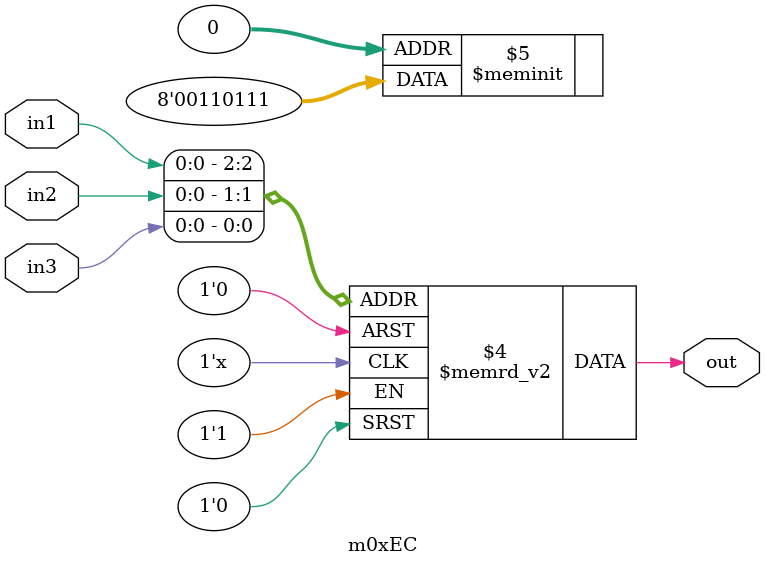
<source format=v>
module m0xEC(output out, input in1, in2, in3);

   always @(in1, in2, in3)
     begin
        case({in1, in2, in3})
          3'b000: {out} = 1'b1;
          3'b001: {out} = 1'b1;
          3'b010: {out} = 1'b1;
          3'b011: {out} = 1'b0;
          3'b100: {out} = 1'b1;
          3'b101: {out} = 1'b1;
          3'b110: {out} = 1'b0;
          3'b111: {out} = 1'b0;
        endcase // case ({in1, in2, in3})
     end // always @ (in1, in2, in3)

endmodule // m0xEC
</source>
